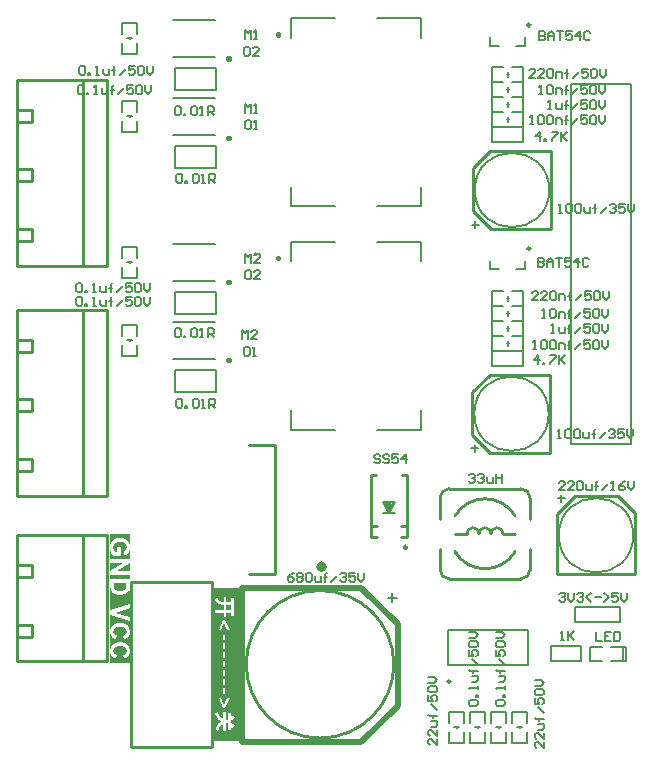
<source format=gto>
G04*
G04 #@! TF.GenerationSoftware,Altium Limited,Altium Designer,21.5.1 (32)*
G04*
G04 Layer_Color=65535*
%FSLAX25Y25*%
%MOIN*%
G70*
G04*
G04 #@! TF.SameCoordinates,284D3306-149B-414E-9BCD-756616796F5B*
G04*
G04*
G04 #@! TF.FilePolarity,Positive*
G04*
G01*
G75*
%ADD10C,0.00787*%
%ADD11C,0.01000*%
%ADD12C,0.00984*%
%ADD13C,0.01968*%
%ADD14C,0.00800*%
%ADD15C,0.00600*%
%ADD16C,0.02000*%
%ADD17C,0.00500*%
G36*
X59000Y-10044D02*
X50000D01*
Y41044D01*
X59000D01*
Y-10044D01*
D02*
G37*
G36*
X22628Y57685D02*
X20023D01*
X22628D01*
Y54673D01*
X22614Y54833D01*
X22600Y54985D01*
X22579Y55131D01*
X22551Y55270D01*
X22524Y55395D01*
X22496Y55513D01*
X22468Y55617D01*
X22440Y55714D01*
X22413Y55797D01*
X22385Y55867D01*
X22357Y55929D01*
X22336Y55978D01*
X22322Y56012D01*
X22315Y56033D01*
X22309Y56040D01*
X22225Y56186D01*
X22135Y56325D01*
X22045Y56457D01*
X21948Y56575D01*
X21844Y56686D01*
X21746Y56783D01*
X21649Y56880D01*
X21552Y56956D01*
X21462Y57033D01*
X21378Y57095D01*
X21302Y57144D01*
X21240Y57192D01*
X21184Y57227D01*
X21143Y57248D01*
X21115Y57262D01*
X21108Y57269D01*
X20962Y57345D01*
X20809Y57407D01*
X20657Y57463D01*
X20504Y57512D01*
X20351Y57546D01*
X20206Y57581D01*
X20060Y57609D01*
X19928Y57630D01*
X19803Y57650D01*
X19692Y57664D01*
X19588Y57671D01*
X19498Y57678D01*
X19428Y57685D01*
X16000D01*
X19331D01*
X19158Y57678D01*
X18991Y57671D01*
X18832Y57650D01*
X18672Y57630D01*
X18526Y57595D01*
X18387Y57567D01*
X18256Y57532D01*
X18131Y57498D01*
X18020Y57463D01*
X17922Y57428D01*
X17832Y57393D01*
X17763Y57366D01*
X17700Y57345D01*
X17659Y57324D01*
X17631Y57317D01*
X17624Y57310D01*
X17478Y57234D01*
X17346Y57158D01*
X17221Y57067D01*
X17104Y56977D01*
X16999Y56887D01*
X16895Y56790D01*
X16805Y56700D01*
X16729Y56609D01*
X16652Y56526D01*
X16590Y56450D01*
X16541Y56373D01*
X16493Y56318D01*
X16458Y56262D01*
X16437Y56228D01*
X16423Y56200D01*
X16416Y56193D01*
X16340Y56047D01*
X16278Y55901D01*
X16222Y55756D01*
X16173Y55603D01*
X16139Y55450D01*
X16104Y55305D01*
X16076Y55166D01*
X16056Y55034D01*
X16035Y54909D01*
X16021Y54798D01*
X16014Y54694D01*
X16007Y54604D01*
X16000Y54534D01*
Y54437D01*
X16007Y54291D01*
X16014Y54146D01*
X16049Y53861D01*
X16069Y53722D01*
X16097Y53597D01*
X16125Y53472D01*
X16153Y53361D01*
X16180Y53257D01*
X16201Y53160D01*
X16229Y53077D01*
X16250Y53007D01*
X16271Y52952D01*
X16285Y52910D01*
X16298Y52882D01*
Y52876D01*
X16354Y52737D01*
X16416Y52605D01*
X16472Y52480D01*
X16534Y52369D01*
X16590Y52258D01*
X16645Y52161D01*
X16701Y52078D01*
X16757Y51994D01*
X16805Y51925D01*
X16847Y51862D01*
X16888Y51814D01*
X16923Y51772D01*
X16951Y51737D01*
X16972Y51717D01*
X16978Y51703D01*
X16985Y51696D01*
X19546D01*
Y54479D01*
X18464D01*
Y53000D01*
X17645D01*
X17561Y53118D01*
X17492Y53237D01*
X17430Y53354D01*
X17374Y53465D01*
X17325Y53563D01*
X17291Y53639D01*
X17277Y53667D01*
X17270Y53688D01*
X17263Y53701D01*
Y53708D01*
X17208Y53861D01*
X17173Y54007D01*
X17145Y54139D01*
X17124Y54264D01*
X17110Y54368D01*
Y54416D01*
X17104Y54451D01*
Y54520D01*
X17110Y54673D01*
X17131Y54812D01*
X17159Y54944D01*
X17194Y55076D01*
X17235Y55194D01*
X17284Y55298D01*
X17333Y55402D01*
X17388Y55492D01*
X17444Y55568D01*
X17492Y55645D01*
X17541Y55700D01*
X17582Y55756D01*
X17617Y55790D01*
X17652Y55825D01*
X17666Y55839D01*
X17673Y55846D01*
X17784Y55936D01*
X17909Y56012D01*
X18040Y56082D01*
X18179Y56137D01*
X18325Y56186D01*
X18464Y56228D01*
X18609Y56262D01*
X18741Y56290D01*
X18873Y56311D01*
X18998Y56325D01*
X19102Y56339D01*
X19199Y56346D01*
X19276D01*
X19338Y56353D01*
X19373D01*
X19387D01*
X19581Y56346D01*
X19761Y56332D01*
X19928Y56304D01*
X20081Y56276D01*
X20226Y56235D01*
X20358Y56193D01*
X20476Y56151D01*
X20580Y56103D01*
X20678Y56054D01*
X20754Y56012D01*
X20823Y55971D01*
X20879Y55929D01*
X20927Y55901D01*
X20955Y55874D01*
X20976Y55860D01*
X20983Y55853D01*
X21080Y55756D01*
X21163Y55652D01*
X21233Y55541D01*
X21295Y55430D01*
X21351Y55318D01*
X21392Y55207D01*
X21427Y55096D01*
X21455Y54992D01*
X21476Y54895D01*
X21497Y54798D01*
X21510Y54715D01*
X21517Y54645D01*
X21524Y54590D01*
Y54506D01*
X21510Y54305D01*
X21483Y54125D01*
X21434Y53965D01*
X21385Y53833D01*
X21358Y53778D01*
X21337Y53722D01*
X21309Y53681D01*
X21288Y53646D01*
X21274Y53611D01*
X21260Y53590D01*
X21247Y53584D01*
Y53576D01*
X21136Y53445D01*
X21018Y53341D01*
X20893Y53250D01*
X20775Y53181D01*
X20671Y53125D01*
X20622Y53105D01*
X20580Y53091D01*
X20553Y53077D01*
X20525Y53070D01*
X20511Y53063D01*
X20504D01*
X20747Y51779D01*
X20907Y51821D01*
X21059Y51869D01*
X21205Y51932D01*
X21337Y51994D01*
X21455Y52064D01*
X21573Y52140D01*
X21677Y52209D01*
X21767Y52286D01*
X21850Y52355D01*
X21927Y52425D01*
X21982Y52487D01*
X22038Y52535D01*
X22079Y52584D01*
X22107Y52619D01*
X22121Y52640D01*
X22128Y52647D01*
X22218Y52778D01*
X22295Y52917D01*
X22357Y53063D01*
X22420Y53216D01*
X22468Y53375D01*
X22503Y53528D01*
X22537Y53681D01*
X22565Y53826D01*
X22586Y53965D01*
X22600Y54090D01*
X22614Y54208D01*
X22621Y54312D01*
X22628Y54388D01*
Y51696D01*
X22628D01*
Y29356D01*
X20051D01*
X22628D01*
Y26365D01*
X22621Y26608D01*
X22593Y26844D01*
X22544Y27066D01*
X22489Y27274D01*
X22420Y27468D01*
X22350Y27642D01*
X22267Y27808D01*
X22184Y27954D01*
X22100Y28086D01*
X22024Y28204D01*
X21948Y28301D01*
X21878Y28384D01*
X21823Y28454D01*
X21781Y28495D01*
X21746Y28530D01*
X21739Y28537D01*
X21566Y28683D01*
X21378Y28808D01*
X21184Y28919D01*
X20983Y29009D01*
X20775Y29092D01*
X20567Y29155D01*
X20365Y29210D01*
X20164Y29252D01*
X19984Y29287D01*
X19810Y29314D01*
X19650Y29328D01*
X19519Y29342D01*
X19408Y29349D01*
X19366Y29356D01*
X16007D01*
X19255D01*
X18977Y29349D01*
X18721Y29321D01*
X18478Y29280D01*
X18249Y29231D01*
X18033Y29168D01*
X17839Y29099D01*
X17659Y29023D01*
X17499Y28946D01*
X17353Y28870D01*
X17228Y28794D01*
X17124Y28724D01*
X17034Y28662D01*
X16965Y28613D01*
X16916Y28572D01*
X16881Y28544D01*
X16874Y28537D01*
X16722Y28377D01*
X16590Y28211D01*
X16472Y28037D01*
X16375Y27864D01*
X16292Y27690D01*
X16222Y27517D01*
X16160Y27343D01*
X16118Y27184D01*
X16076Y27031D01*
X16056Y26885D01*
X16035Y26760D01*
X16021Y26656D01*
X16014Y26566D01*
X16007Y26497D01*
Y26441D01*
X16014Y26254D01*
X16028Y26073D01*
X16056Y25900D01*
X16083Y25740D01*
X16125Y25587D01*
X16167Y25449D01*
X16215Y25317D01*
X16264Y25206D01*
X16305Y25095D01*
X16354Y25005D01*
X16396Y24928D01*
X16437Y24859D01*
X16465Y24810D01*
X16493Y24769D01*
X16507Y24748D01*
X16514Y24741D01*
X16618Y24616D01*
X16729Y24505D01*
X16847Y24401D01*
X16978Y24304D01*
X17104Y24220D01*
X17235Y24137D01*
X17367Y24068D01*
X17492Y24005D01*
X17610Y23950D01*
X17721Y23901D01*
X17825Y23866D01*
X17909Y23832D01*
X17985Y23804D01*
X18033Y23790D01*
X18068Y23776D01*
X16007D01*
X20621D01*
X18082D01*
X18471Y25032D01*
X18346Y25067D01*
X18221Y25102D01*
X18110Y25143D01*
X18013Y25185D01*
X17915Y25234D01*
X17832Y25275D01*
X17756Y25324D01*
X17686Y25365D01*
X17631Y25407D01*
X17575Y25449D01*
X17534Y25483D01*
X17499Y25511D01*
X17471Y25539D01*
X17450Y25560D01*
X17444Y25567D01*
X17437Y25574D01*
X17381Y25643D01*
X17333Y25719D01*
X17249Y25865D01*
X17194Y26011D01*
X17152Y26150D01*
X17131Y26274D01*
X17117Y26323D01*
Y26372D01*
X17110Y26406D01*
Y26455D01*
X17117Y26580D01*
X17131Y26705D01*
X17159Y26823D01*
X17194Y26927D01*
X17228Y27031D01*
X17270Y27121D01*
X17319Y27211D01*
X17367Y27288D01*
X17416Y27357D01*
X17464Y27420D01*
X17506Y27468D01*
X17541Y27517D01*
X17575Y27545D01*
X17603Y27572D01*
X17617Y27586D01*
X17624Y27593D01*
X17728Y27670D01*
X17846Y27732D01*
X17971Y27794D01*
X18110Y27843D01*
X18256Y27885D01*
X18394Y27919D01*
X18679Y27968D01*
X18818Y27989D01*
X18943Y28003D01*
X19054Y28010D01*
X19158Y28016D01*
X19234Y28023D01*
X19297D01*
X19338D01*
X19352D01*
X19560Y28016D01*
X19755Y28003D01*
X19928Y27982D01*
X20095Y27954D01*
X20247Y27919D01*
X20379Y27885D01*
X20504Y27843D01*
X20608Y27801D01*
X20705Y27767D01*
X20789Y27725D01*
X20858Y27690D01*
X20913Y27656D01*
X20955Y27628D01*
X20990Y27607D01*
X21004Y27593D01*
X21011Y27586D01*
X21101Y27503D01*
X21177Y27406D01*
X21247Y27316D01*
X21309Y27218D01*
X21358Y27121D01*
X21399Y27024D01*
X21434Y26927D01*
X21462Y26837D01*
X21483Y26753D01*
X21497Y26677D01*
X21510Y26608D01*
X21517Y26545D01*
X21524Y26497D01*
Y26427D01*
X21510Y26240D01*
X21476Y26073D01*
X21434Y25928D01*
X21378Y25796D01*
X21323Y25692D01*
X21302Y25650D01*
X21281Y25615D01*
X21260Y25587D01*
X21247Y25567D01*
X21240Y25560D01*
X21233Y25553D01*
X21115Y25428D01*
X20990Y25324D01*
X20858Y25240D01*
X20733Y25178D01*
X20622Y25129D01*
X20573Y25109D01*
X20532Y25095D01*
X20497Y25088D01*
X20469Y25081D01*
X20456Y25074D01*
X20448D01*
X20754Y23797D01*
X20893Y23839D01*
X21025Y23887D01*
X21143Y23943D01*
X21260Y23991D01*
X21365Y24047D01*
X21462Y24102D01*
X21545Y24158D01*
X21628Y24206D01*
X21698Y24262D01*
X21760Y24304D01*
X21809Y24345D01*
X21850Y24387D01*
X21885Y24415D01*
X21906Y24435D01*
X21920Y24449D01*
X21927Y24456D01*
X22052Y24602D01*
X22156Y24748D01*
X22253Y24907D01*
X22329Y25067D01*
X22399Y25227D01*
X22454Y25386D01*
X22503Y25539D01*
X22537Y25685D01*
X22572Y25824D01*
X22593Y25955D01*
X22607Y26073D01*
X22614Y26170D01*
X22621Y26254D01*
X22628Y26309D01*
Y23776D01*
X22628D01*
Y22895D01*
X19931D01*
X22628D01*
Y19904D01*
X22621Y20146D01*
X22593Y20382D01*
X22544Y20605D01*
X22489Y20813D01*
X22420Y21007D01*
X22350Y21181D01*
X22267Y21347D01*
X22184Y21493D01*
X22100Y21625D01*
X22024Y21743D01*
X21948Y21840D01*
X21878Y21923D01*
X21823Y21993D01*
X21781Y22034D01*
X21746Y22069D01*
X21739Y22076D01*
X21566Y22222D01*
X21378Y22346D01*
X21184Y22458D01*
X20983Y22548D01*
X20775Y22631D01*
X20567Y22693D01*
X20365Y22749D01*
X20164Y22791D01*
X19984Y22825D01*
X19810Y22853D01*
X19650Y22867D01*
X19519Y22881D01*
X19408Y22888D01*
X19366Y22895D01*
X16007D01*
X19255D01*
X18977Y22888D01*
X18721Y22860D01*
X18478Y22818D01*
X18249Y22770D01*
X18033Y22707D01*
X17839Y22638D01*
X17659Y22562D01*
X17499Y22485D01*
X17353Y22409D01*
X17228Y22333D01*
X17124Y22263D01*
X17034Y22201D01*
X16965Y22152D01*
X16916Y22111D01*
X16881Y22083D01*
X16874Y22076D01*
X16722Y21916D01*
X16590Y21750D01*
X16472Y21576D01*
X16375Y21403D01*
X16292Y21229D01*
X16222Y21056D01*
X16160Y20882D01*
X16118Y20723D01*
X16076Y20570D01*
X16056Y20424D01*
X16035Y20299D01*
X16021Y20195D01*
X16014Y20105D01*
X16007Y20035D01*
Y19980D01*
X16014Y19793D01*
X16028Y19612D01*
X16056Y19439D01*
X16083Y19279D01*
X16125Y19126D01*
X16167Y18988D01*
X16215Y18856D01*
X16264Y18745D01*
X16305Y18634D01*
X16354Y18543D01*
X16396Y18467D01*
X16437Y18398D01*
X16465Y18349D01*
X16493Y18307D01*
X16507Y18287D01*
X16514Y18280D01*
X16618Y18155D01*
X16729Y18044D01*
X16847Y17940D01*
X16978Y17842D01*
X17104Y17759D01*
X17235Y17676D01*
X17367Y17606D01*
X17492Y17544D01*
X17610Y17489D01*
X17721Y17440D01*
X17825Y17405D01*
X17909Y17370D01*
X17985Y17343D01*
X18033Y17329D01*
X18068Y17315D01*
X16007D01*
X20521D01*
X18082D01*
X18471Y18571D01*
X18346Y18606D01*
X18221Y18641D01*
X18110Y18682D01*
X18013Y18724D01*
X17915Y18772D01*
X17832Y18814D01*
X17756Y18863D01*
X17686Y18904D01*
X17631Y18946D01*
X17575Y18988D01*
X17534Y19022D01*
X17499Y19050D01*
X17471Y19078D01*
X17450Y19099D01*
X17444Y19105D01*
X17437Y19113D01*
X17381Y19182D01*
X17333Y19258D01*
X17249Y19404D01*
X17194Y19550D01*
X17152Y19689D01*
X17131Y19813D01*
X17117Y19862D01*
Y19911D01*
X17110Y19945D01*
Y19994D01*
X17117Y20119D01*
X17131Y20244D01*
X17159Y20362D01*
X17194Y20466D01*
X17228Y20570D01*
X17270Y20660D01*
X17319Y20750D01*
X17367Y20827D01*
X17416Y20896D01*
X17464Y20958D01*
X17506Y21007D01*
X17541Y21056D01*
X17575Y21083D01*
X17603Y21111D01*
X17617Y21125D01*
X17624Y21132D01*
X17728Y21208D01*
X17846Y21271D01*
X17971Y21333D01*
X18110Y21382D01*
X18256Y21423D01*
X18394Y21458D01*
X18679Y21507D01*
X18818Y21528D01*
X18943Y21542D01*
X19054Y21548D01*
X19158Y21555D01*
X19234Y21562D01*
X19297D01*
X19338D01*
X19352D01*
X19560Y21555D01*
X19755Y21542D01*
X19928Y21521D01*
X20095Y21493D01*
X20247Y21458D01*
X20379Y21423D01*
X20504Y21382D01*
X20608Y21340D01*
X20705Y21305D01*
X20789Y21264D01*
X20858Y21229D01*
X20913Y21194D01*
X20955Y21167D01*
X20990Y21146D01*
X21004Y21132D01*
X21011Y21125D01*
X21101Y21042D01*
X21177Y20945D01*
X21247Y20854D01*
X21309Y20757D01*
X21358Y20660D01*
X21399Y20563D01*
X21434Y20466D01*
X21462Y20376D01*
X21483Y20292D01*
X21497Y20216D01*
X21510Y20146D01*
X21517Y20084D01*
X21524Y20035D01*
Y19966D01*
X21510Y19779D01*
X21476Y19612D01*
X21434Y19466D01*
X21378Y19334D01*
X21323Y19230D01*
X21302Y19189D01*
X21281Y19154D01*
X21260Y19126D01*
X21247Y19105D01*
X21240Y19099D01*
X21233Y19092D01*
X21115Y18967D01*
X20990Y18863D01*
X20858Y18779D01*
X20733Y18717D01*
X20622Y18668D01*
X20573Y18647D01*
X20532Y18634D01*
X20497Y18627D01*
X20469Y18620D01*
X20456Y18613D01*
X20448D01*
X20754Y17336D01*
X20893Y17378D01*
X21025Y17426D01*
X21143Y17482D01*
X21260Y17530D01*
X21365Y17586D01*
X21462Y17641D01*
X21545Y17697D01*
X21628Y17745D01*
X21698Y17801D01*
X21760Y17842D01*
X21809Y17884D01*
X21850Y17926D01*
X21885Y17954D01*
X21906Y17974D01*
X21920Y17988D01*
X21927Y17995D01*
X22052Y18141D01*
X22156Y18287D01*
X22253Y18446D01*
X22329Y18606D01*
X22399Y18766D01*
X22454Y18925D01*
X22503Y19078D01*
X22537Y19223D01*
X22572Y19362D01*
X22593Y19494D01*
X22607Y19612D01*
X22614Y19709D01*
X22621Y19793D01*
X22628Y19848D01*
Y17315D01*
X22628D01*
Y15908D01*
X16000D01*
Y59092D01*
X22628D01*
Y57685D01*
D02*
G37*
%LPC*%
G36*
X57219Y37806D02*
Y37444D01*
X56350D01*
Y36263D01*
X54719D01*
Y37806D01*
X51000D01*
X53856D01*
Y36300D01*
X53688Y36312D01*
X53525Y36338D01*
X53381Y36369D01*
X53244Y36400D01*
X53119Y36437D01*
X53000Y36475D01*
X52900Y36519D01*
X52806Y36562D01*
X52725Y36600D01*
X52650Y36644D01*
X52594Y36675D01*
X52544Y36706D01*
X52506Y36737D01*
X52481Y36756D01*
X52463Y36769D01*
X52456Y36775D01*
X52294Y36937D01*
X52144Y37106D01*
X52006Y37275D01*
X51894Y37437D01*
X51844Y37512D01*
X51800Y37581D01*
X51762Y37637D01*
X51731Y37694D01*
X51706Y37731D01*
X51688Y37769D01*
X51681Y37788D01*
X51675Y37794D01*
X51544Y37625D01*
X51425Y37469D01*
X51306Y37325D01*
X51206Y37200D01*
X51162Y37150D01*
X51119Y37100D01*
X51087Y37056D01*
X51056Y37019D01*
X51031Y36994D01*
X51012Y36975D01*
X51006Y36963D01*
X51000Y36956D01*
X51081Y36812D01*
X51169Y36675D01*
X51256Y36550D01*
X51350Y36437D01*
X51437Y36331D01*
X51519Y36231D01*
X51606Y36144D01*
X51681Y36069D01*
X51756Y36000D01*
X51825Y35938D01*
X51888Y35888D01*
X51938Y35850D01*
X51981Y35819D01*
X52012Y35794D01*
X52031Y35781D01*
X52038Y35775D01*
X52156Y35706D01*
X52288Y35644D01*
X52431Y35587D01*
X52575Y35537D01*
X52881Y35456D01*
X53031Y35425D01*
X53175Y35400D01*
X53312Y35375D01*
X53444Y35356D01*
X53556Y35344D01*
X53656Y35337D01*
X53737Y35325D01*
X53806D01*
X53825Y35319D01*
X53844D01*
X53850D01*
X53856D01*
Y33531D01*
X51131D01*
Y32569D01*
X53856D01*
Y31212D01*
X57219D01*
Y37806D01*
D02*
G37*
G36*
X54256Y30181D02*
X53719D01*
X52181Y26856D01*
X53000D01*
X53981Y29237D01*
X54000D01*
X55056Y26856D01*
X55875D01*
X54256Y30181D01*
D02*
G37*
G36*
X54281Y25406D02*
X53525D01*
Y23444D01*
X54281D01*
Y25406D01*
D02*
G37*
G36*
Y22431D02*
X53525D01*
Y20469D01*
X54281D01*
Y22431D01*
D02*
G37*
G36*
Y19456D02*
X53525D01*
Y17494D01*
X54281D01*
Y19456D01*
D02*
G37*
G36*
Y16481D02*
X53525D01*
Y14519D01*
X54281D01*
Y16481D01*
D02*
G37*
G36*
Y13506D02*
X53525D01*
Y11544D01*
X54281D01*
Y13506D01*
D02*
G37*
G36*
Y10531D02*
X53525D01*
Y8569D01*
X54281D01*
Y10531D01*
D02*
G37*
G36*
Y7556D02*
X53525D01*
Y5594D01*
X54281D01*
Y7556D01*
D02*
G37*
G36*
X55913Y4163D02*
X52219D01*
D01*
X53756Y838D01*
X53450D01*
X55913D01*
X54294D01*
X55913Y4163D01*
D02*
G37*
G36*
X51856Y-194D02*
X51688Y-350D01*
X51531Y-488D01*
X51388Y-612D01*
X51262Y-725D01*
X51206Y-769D01*
X51156Y-812D01*
X51113Y-844D01*
X51081Y-875D01*
X51050Y-900D01*
X51031Y-919D01*
X51019Y-925D01*
X51012Y-931D01*
X51087Y-1106D01*
X51162Y-1281D01*
X51244Y-1444D01*
X51325Y-1600D01*
X51406Y-1750D01*
X51494Y-1887D01*
X51575Y-2025D01*
X51662Y-2150D01*
X51744Y-2275D01*
X51831Y-2387D01*
X51912Y-2500D01*
X51994Y-2600D01*
X52156Y-2788D01*
X52312Y-2950D01*
X52463Y-3087D01*
X52594Y-3206D01*
X52719Y-3306D01*
X52819Y-3381D01*
X52906Y-3438D01*
X52969Y-3481D01*
X52994Y-3494D01*
X53013Y-3506D01*
X53019Y-3512D01*
X53025D01*
X52894Y-3588D01*
X52769Y-3663D01*
X52538Y-3838D01*
X52325Y-4031D01*
X52125Y-4237D01*
X51950Y-4450D01*
X51794Y-4669D01*
X51650Y-4888D01*
X51525Y-5100D01*
X51419Y-5306D01*
X51331Y-5500D01*
X51250Y-5675D01*
X51219Y-5756D01*
X51194Y-5825D01*
X51169Y-5894D01*
X51144Y-5956D01*
X51125Y-6006D01*
X51113Y-6050D01*
X51100Y-6087D01*
X51094Y-6112D01*
X51087Y-6125D01*
Y-6131D01*
X51150Y-6175D01*
X51219Y-6219D01*
X51363Y-6325D01*
X51519Y-6437D01*
X51662Y-6544D01*
X51731Y-6600D01*
X51800Y-6650D01*
X51856Y-6694D01*
X51906Y-6731D01*
X51950Y-6763D01*
X51981Y-6787D01*
X52000Y-6800D01*
X52006Y-6806D01*
X52044Y-6625D01*
X52087Y-6444D01*
X52138Y-6275D01*
X52194Y-6119D01*
X52250Y-5962D01*
X52306Y-5819D01*
X52369Y-5681D01*
X52438Y-5550D01*
X52506Y-5425D01*
X52575Y-5306D01*
X52644Y-5194D01*
X52713Y-5088D01*
X52788Y-4987D01*
X52856Y-4900D01*
X53000Y-4731D01*
X53137Y-4588D01*
X53263Y-4469D01*
X53381Y-4369D01*
X53487Y-4294D01*
X53575Y-4237D01*
X53637Y-4194D01*
X53663Y-4181D01*
X53681Y-4169D01*
X53688Y-4163D01*
X53694D01*
Y-6756D01*
X54550D01*
Y-4000D01*
X54656D01*
X54756D01*
X54850D01*
X54931Y-4006D01*
X55006D01*
X55081D01*
X55144D01*
X55200D01*
X55250D01*
X55287D01*
X55325D01*
X55356D01*
X55375D01*
X55394D01*
X55406D01*
Y-6425D01*
X56262D01*
Y-4944D01*
X57119Y-5669D01*
X57619Y-4713D01*
X57375Y-4563D01*
X57131Y-4412D01*
X56906Y-4262D01*
X56800Y-4188D01*
X56700Y-4119D01*
X56606Y-4056D01*
X56519Y-4000D01*
X56444Y-3944D01*
X56381Y-3900D01*
X56331Y-3862D01*
X56294Y-3838D01*
X56269Y-3819D01*
X56262Y-3813D01*
Y-2662D01*
X56563Y-3094D01*
X56700Y-2975D01*
X56825Y-2863D01*
X56937Y-2756D01*
X57044Y-2662D01*
X57138Y-2581D01*
X57225Y-2500D01*
X57306Y-2431D01*
X57375Y-2369D01*
X57431Y-2319D01*
X57481Y-2275D01*
X57525Y-2238D01*
X57563Y-2206D01*
X57587Y-2181D01*
X57606Y-2162D01*
X57613Y-2156D01*
X57619Y-2150D01*
X57087Y-1394D01*
X56956Y-1500D01*
X56819Y-1612D01*
X56681Y-1725D01*
X56556Y-1825D01*
X56437Y-1912D01*
X56388Y-1956D01*
X56344Y-1987D01*
X56313Y-2012D01*
X56287Y-2031D01*
X56269Y-2044D01*
X56262Y-2050D01*
Y-612D01*
X55406D01*
Y-3019D01*
X55263D01*
X55131Y-3012D01*
X55019D01*
X54925Y-3006D01*
X54844D01*
X54775D01*
X54712D01*
X54669Y-3000D01*
X54631D01*
X54606D01*
X54581D01*
X54569D01*
X54556D01*
X54550D01*
Y-262D01*
X53694D01*
Y-2819D01*
X53581Y-2763D01*
X53475Y-2700D01*
X53375Y-2631D01*
X53275Y-2556D01*
X53175Y-2469D01*
X53081Y-2381D01*
X52906Y-2187D01*
X52744Y-1975D01*
X52594Y-1756D01*
X52456Y-1531D01*
X52331Y-1312D01*
X52219Y-1094D01*
X52125Y-888D01*
X52044Y-700D01*
X52006Y-612D01*
X51975Y-531D01*
X51950Y-456D01*
X51925Y-394D01*
X51906Y-331D01*
X51888Y-288D01*
X51875Y-244D01*
X51863Y-219D01*
X51856Y-200D01*
Y-194D01*
D02*
G37*
G36*
X54316Y-6806D02*
X52006D01*
X51012D01*
D01*
X54316D01*
D02*
G37*
%LPD*%
G36*
X56350Y33531D02*
X54719D01*
Y35300D01*
X56350D01*
Y33531D01*
D02*
G37*
G36*
Y31494D02*
X57219D01*
Y31212D01*
X54719D01*
Y32569D01*
X56350D01*
Y31494D01*
D02*
G37*
G36*
X54031Y1769D02*
X54019D01*
X53038Y4163D01*
X55094D01*
X54031Y1769D01*
D02*
G37*
%LPC*%
G36*
X22524Y50488D02*
X16118D01*
Y45408D01*
X22524D01*
Y46602D01*
X18221D01*
X22524Y49239D01*
Y50488D01*
D02*
G37*
G36*
Y44041D02*
X16118D01*
Y41480D01*
X16125Y41355D01*
X16132Y41237D01*
X16139Y41133D01*
X16146Y41029D01*
X16160Y40932D01*
X16173Y40849D01*
X16187Y40772D01*
X16194Y40703D01*
X16208Y40640D01*
X16222Y40585D01*
X16229Y40543D01*
X16236Y40508D01*
X16243Y40488D01*
X16250Y40474D01*
Y40467D01*
X16326Y40266D01*
X16409Y40085D01*
X16493Y39933D01*
X16576Y39801D01*
X16611Y39745D01*
X16645Y39696D01*
X16680Y39662D01*
X16708Y39627D01*
X16729Y39599D01*
X16749Y39579D01*
X16757Y39572D01*
X16763Y39565D01*
X16937Y39405D01*
X17124Y39266D01*
X17312Y39148D01*
X17492Y39051D01*
X17575Y39009D01*
X17652Y38975D01*
X17721Y38947D01*
X17777Y38919D01*
X17825Y38905D01*
X17867Y38892D01*
X17888Y38878D01*
X17895D01*
X18117Y38808D01*
X18346Y38760D01*
X18575Y38725D01*
X18790Y38704D01*
X18887Y38690D01*
X18977Y38683D01*
X19054D01*
X19123Y38676D01*
X19421D01*
X19581Y38683D01*
X19727Y38697D01*
X19873Y38711D01*
X20004Y38725D01*
X20129Y38746D01*
X20247Y38767D01*
X20351Y38780D01*
X20442Y38801D01*
X20525Y38822D01*
X20601Y38843D01*
X20657Y38857D01*
X20705Y38871D01*
X20740Y38884D01*
X20761Y38892D01*
X20768D01*
X20990Y38975D01*
X21191Y39072D01*
X21372Y39176D01*
X21448Y39225D01*
X21517Y39273D01*
X21587Y39322D01*
X21642Y39363D01*
X21691Y39405D01*
X21732Y39433D01*
X21767Y39461D01*
X21788Y39481D01*
X21802Y39495D01*
X21809Y39502D01*
X21955Y39662D01*
X22079Y39821D01*
X22184Y39981D01*
X22260Y40134D01*
X22322Y40266D01*
X22350Y40321D01*
X22364Y40370D01*
X22378Y40411D01*
X22392Y40439D01*
X22399Y40460D01*
Y40467D01*
X22420Y40550D01*
X22440Y40640D01*
X22468Y40835D01*
X22496Y41036D01*
X22510Y41230D01*
X22517Y41320D01*
Y41480D01*
X22524Y41550D01*
Y38857D01*
Y44041D01*
D02*
G37*
G36*
Y35748D02*
D01*
X16118Y33464D01*
Y32076D01*
X22524Y29786D01*
Y35748D01*
D02*
G37*
%LPD*%
G36*
X16118Y46699D02*
Y49294D01*
X20324D01*
X16118Y46699D01*
D02*
G37*
G36*
X21441Y41903D02*
X21434Y41785D01*
Y41674D01*
X21427Y41577D01*
X21420Y41487D01*
X21413Y41411D01*
Y41348D01*
X21406Y41286D01*
X21399Y41237D01*
X21392Y41195D01*
X21385Y41168D01*
Y41140D01*
X21378Y41126D01*
Y41112D01*
X21344Y40980D01*
X21295Y40862D01*
X21247Y40758D01*
X21198Y40675D01*
X21149Y40606D01*
X21108Y40550D01*
X21080Y40522D01*
X21073Y40508D01*
X20983Y40425D01*
X20886Y40349D01*
X20782Y40286D01*
X20685Y40238D01*
X20594Y40196D01*
X20518Y40161D01*
X20497Y40155D01*
X20476Y40148D01*
X20462Y40141D01*
X20456D01*
X20379Y40120D01*
X20296Y40099D01*
X20109Y40064D01*
X19921Y40044D01*
X19741Y40023D01*
X19650D01*
X19574Y40016D01*
X19505D01*
X19442Y40009D01*
X19387D01*
X19352D01*
X19324D01*
X19317D01*
X19185D01*
X19054Y40016D01*
X18936Y40023D01*
X18818Y40030D01*
X18713Y40037D01*
X18623Y40051D01*
X18533Y40064D01*
X18450Y40071D01*
X18380Y40085D01*
X18318Y40099D01*
X18269Y40113D01*
X18221Y40120D01*
X18186Y40127D01*
X18165Y40134D01*
X18151Y40141D01*
X18145D01*
X17992Y40196D01*
X17867Y40252D01*
X17763Y40307D01*
X17673Y40363D01*
X17610Y40404D01*
X17561Y40446D01*
X17534Y40474D01*
X17527Y40481D01*
X17464Y40564D01*
X17409Y40647D01*
X17360Y40738D01*
X17319Y40821D01*
X17291Y40890D01*
X17270Y40946D01*
X17263Y40987D01*
X17256Y40994D01*
Y41001D01*
X17249Y41050D01*
X17235Y41105D01*
X17221Y41223D01*
X17214Y41355D01*
X17208Y41487D01*
X17201Y41598D01*
Y42750D01*
X21441D01*
Y41903D01*
D02*
G37*
G36*
X22524Y31160D02*
X17784Y32729D01*
X22524Y34353D01*
Y31160D01*
D02*
G37*
D10*
X162213Y99000D02*
G03*
X162213Y99000I-12402J0D01*
G01*
X162402Y173598D02*
G03*
X162402Y173598I-12402J0D01*
G01*
X190402Y58500D02*
G03*
X190402Y58500I-12402J0D01*
G01*
X64906Y152165D02*
G03*
X64906Y152165I-394J0D01*
G01*
Y226665D02*
G03*
X64906Y226665I-394J0D01*
G01*
X37012Y117299D02*
X50988D01*
X37012Y129504D02*
X50988D01*
X37012Y143299D02*
X50988D01*
X37012Y155504D02*
X50988D01*
X37012Y191898D02*
X50988D01*
X37012Y204102D02*
X50988D01*
X108539Y37744D02*
X111689D01*
X110098Y36169D02*
Y39319D01*
X142595Y147244D02*
X145744D01*
X142595D02*
Y150000D01*
X151256Y147244D02*
X154405D01*
Y150000D01*
X142595Y221744D02*
X145744D01*
X142595D02*
Y224500D01*
X151256Y221744D02*
X154405D01*
Y224500D01*
X37012Y230102D02*
X50988D01*
X37012Y217898D02*
X50988D01*
X155189Y15094D02*
Y26906D01*
X128811Y15094D02*
Y26906D01*
X155189D01*
X128811Y15094D02*
X155189D01*
X169500Y89000D02*
X189500D01*
X169500Y209000D02*
X189500D01*
Y89000D02*
Y209000D01*
X169500Y89000D02*
Y209000D01*
D11*
X115000Y54500D02*
G03*
X115000Y54500I-500J0D01*
G01*
X110606Y15500D02*
G03*
X110606Y15500I-24606J0D01*
G01*
X139000Y59000D02*
G03*
X135000Y59000I-2000J0D01*
G01*
X147000D02*
G03*
X143000Y59000I-2000J0D01*
G01*
D02*
G03*
X139000Y59000I-2000J0D01*
G01*
X151000Y65000D02*
G03*
X131000Y65000I-10000J-6000D01*
G01*
X156000Y71000D02*
G03*
X153000Y74000I-3000J0D01*
G01*
X129000D02*
G03*
X126000Y71000I0J-3000D01*
G01*
X153000Y44000D02*
G03*
X156000Y47000I0J3000D01*
G01*
X126000D02*
G03*
X129000Y44000I3000J0D01*
G01*
X131000Y53000D02*
G03*
X151000Y53000I10000J6000D01*
G01*
X142724Y86008D02*
X162803D01*
X136819Y91913D02*
X142724Y86008D01*
X136819Y91913D02*
Y106283D01*
X142528Y111992D02*
X162803D01*
Y86008D02*
Y111992D01*
X136819Y106283D02*
X142528Y111992D01*
X142913Y160606D02*
X162992D01*
X137008Y166512D02*
X142913Y160606D01*
X137008Y166512D02*
Y180882D01*
X142717Y186591D02*
X162992D01*
Y160606D02*
Y186591D01*
X137008Y180882D02*
X142717Y186591D01*
X109000Y67910D02*
X109200Y69000D01*
X107800D02*
X109200D01*
X107800D02*
X109000Y66800D01*
X110200Y69300D01*
X113000Y61500D02*
X114315D01*
X113000Y58000D02*
X115000D01*
X103685Y61500D02*
X105000D01*
X103000Y58000D02*
X105000D01*
X113252Y78630D02*
X115000D01*
X103000Y58000D02*
Y78630D01*
X104650D01*
X115000Y58000D02*
Y78630D01*
X165008Y45508D02*
Y65587D01*
X170913Y71492D01*
X185284D01*
X190992Y45508D02*
Y65784D01*
X165008Y45508D02*
X190992D01*
X185284Y71492D02*
X190992Y65784D01*
X131000Y59000D02*
X135000D01*
X147000D02*
X151000D01*
X126000Y64000D02*
Y71000D01*
X129000Y74000D02*
X153000D01*
X156000Y64000D02*
Y71000D01*
X126000Y47000D02*
Y54000D01*
X129000Y44000D02*
X153000D01*
X156000Y47000D02*
Y54000D01*
X-15000Y210370D02*
X15000D01*
X-15000Y148370D02*
Y210370D01*
X15000Y148370D02*
Y210370D01*
X62231Y88500D02*
X71089D01*
Y45500D02*
Y88500D01*
X62231Y45500D02*
X71089D01*
X23000Y-12059D02*
X50000D01*
Y43059D01*
X23000D02*
X50000D01*
X23000Y-12059D02*
Y43059D01*
X-15000Y133500D02*
X15000D01*
Y71500D02*
Y133500D01*
X-15000Y71500D02*
X15000D01*
X-15000D02*
Y133500D01*
X7000Y71500D02*
Y133500D01*
X-15000Y123500D02*
X-10000D01*
Y119500D02*
Y123500D01*
X-15000Y119500D02*
X-10000D01*
X-15000Y99815D02*
X-10000D01*
Y103815D01*
X-15000D02*
X-10000D01*
X-15000Y83815D02*
X-10000D01*
Y79815D02*
Y83815D01*
X-15000Y79815D02*
X-10000D01*
X-15000Y148370D02*
X15000D01*
X7000D02*
Y210370D01*
X-15000Y200370D02*
X-10000D01*
Y196370D02*
Y200370D01*
X-15000Y196370D02*
X-10000D01*
X-15000Y176685D02*
X-10000D01*
Y180685D01*
X-15000D02*
X-10000D01*
X-15000Y160685D02*
X-10000D01*
Y156685D02*
Y160685D01*
X-15000Y156685D02*
X-10000D01*
X-15000Y24500D02*
X-10000D01*
Y28500D01*
X-15000D02*
X-10000D01*
X-15000Y58500D02*
X15000D01*
Y16500D02*
Y58500D01*
X-15000Y16500D02*
X15000D01*
X-15000D02*
Y58500D01*
X7000Y16500D02*
Y58500D01*
X-15000Y48500D02*
X-10000D01*
Y44500D02*
Y48500D01*
X-15000Y44500D02*
X-10000D01*
X55084Y116500D02*
Y117333D01*
X55917D01*
Y116500D01*
X55084D01*
Y190500D02*
Y191333D01*
X55917D01*
Y190500D01*
X55084D01*
Y142500D02*
Y143333D01*
X55917D01*
Y142500D01*
X55084D01*
X71583Y150500D02*
Y151333D01*
X72417D01*
Y150500D01*
X71583D01*
X55084Y217000D02*
Y217833D01*
X55917D01*
Y217000D01*
X55084D01*
X71583Y225000D02*
Y225833D01*
X72417D01*
Y225000D01*
X71583D01*
D12*
X156079Y154134D02*
G03*
X156079Y154134I-492J0D01*
G01*
Y228634D02*
G03*
X156079Y228634I-492J0D01*
G01*
X129500Y9780D02*
G03*
X129500Y9780I-492J0D01*
G01*
D13*
X87287Y48000D02*
G03*
X87287Y48000I-787J0D01*
G01*
D14*
X153665Y134941D02*
Y140059D01*
X143429Y134941D02*
Y140059D01*
X147047D01*
X143429Y134941D02*
X147047D01*
X150047Y140059D02*
X153665D01*
X150047Y134941D02*
X153665D01*
Y129941D02*
Y135059D01*
X143429Y129941D02*
Y135059D01*
X147047D01*
X143429Y129941D02*
X147047D01*
X150047Y135059D02*
X153665D01*
X150047Y129941D02*
X153665D01*
X143429Y124941D02*
Y130059D01*
X153666Y124941D02*
Y130059D01*
X150047Y124941D02*
X153666D01*
X150047Y130059D02*
X153666D01*
X143429Y124941D02*
X147047D01*
X143429Y130059D02*
X147047D01*
X143429Y119941D02*
Y125059D01*
X153666Y119941D02*
Y125059D01*
X150047Y119941D02*
X153666D01*
X150047Y125059D02*
X153666D01*
X143429Y119941D02*
X147047D01*
X143429Y125059D02*
X147047D01*
X143429Y114941D02*
X153666D01*
Y120059D01*
X143429D02*
X153666D01*
X143429Y114941D02*
Y120059D01*
Y189539D02*
X153666D01*
Y194658D01*
X143429D02*
X153666D01*
X143429Y189539D02*
Y194658D01*
Y194540D02*
Y199658D01*
X153666Y194540D02*
Y199658D01*
X150047Y194540D02*
X153666D01*
X150047Y199658D02*
X153666D01*
X143429Y194540D02*
X147047D01*
X143429Y199658D02*
X147047D01*
X143429Y199540D02*
Y204658D01*
X153666Y199540D02*
Y204658D01*
X150047Y199540D02*
X153666D01*
X150047Y204658D02*
X153666D01*
X143429Y199540D02*
X147047D01*
X143429Y204658D02*
X147047D01*
X153665Y204539D02*
Y209657D01*
X143429Y204539D02*
Y209657D01*
X147047D01*
X143429Y204539D02*
X147047D01*
X150047Y209657D02*
X153665D01*
X150047Y204539D02*
X153665D01*
Y209539D02*
Y214657D01*
X143429Y209539D02*
Y214657D01*
X147047D01*
X143429Y209539D02*
X147047D01*
X150047Y214657D02*
X153665D01*
X150047Y209539D02*
X153665D01*
X37807Y214100D02*
X51193D01*
X37807Y206900D02*
Y214100D01*
Y206900D02*
X51193D01*
Y214100D01*
X19941Y229216D02*
X25059D01*
X19941Y218980D02*
X25059D01*
X19941D02*
Y222598D01*
X25059Y218980D02*
Y222598D01*
X19941Y225598D02*
Y229216D01*
X25059Y225598D02*
Y229216D01*
X19941Y203216D02*
X25059D01*
X19941Y192980D02*
X25059D01*
X19941D02*
Y196598D01*
X25059Y192980D02*
Y196598D01*
X19941Y199598D02*
Y203216D01*
X25059Y199598D02*
Y203216D01*
X37807Y188100D02*
X51193D01*
X37807Y180900D02*
Y188100D01*
Y180900D02*
X51193D01*
Y188100D01*
X37807Y113502D02*
X51193D01*
X37807Y106302D02*
Y113502D01*
Y106302D02*
X51193D01*
Y113502D01*
X37807Y139502D02*
X51193D01*
X37807Y132302D02*
Y139502D01*
Y132302D02*
X51193D01*
Y139502D01*
X19941Y128618D02*
X25059D01*
X19941Y118382D02*
X25059D01*
X19941D02*
Y122000D01*
X25059Y118382D02*
Y122000D01*
X19941Y125000D02*
Y128618D01*
X25059Y125000D02*
Y128618D01*
X19941Y154618D02*
X25059D01*
X19941Y144382D02*
X25059D01*
X19941D02*
Y148000D01*
X25059Y144382D02*
Y148000D01*
X19941Y151000D02*
Y154618D01*
X25059Y151000D02*
Y154618D01*
X107000Y66055D02*
X111000D01*
X107000Y69555D02*
X109000Y66055D01*
X107000Y69555D02*
X111000D01*
X109000Y66055D02*
X111000Y69555D01*
X142941Y-382D02*
X148059D01*
X142941Y-10618D02*
X148059D01*
X142941D02*
Y-7000D01*
X148059Y-10618D02*
Y-7000D01*
X142941Y-4000D02*
Y-382D01*
X148059Y-4000D02*
Y-382D01*
X149941D02*
X155059D01*
X149941Y-10618D02*
X155059D01*
X149941D02*
Y-7000D01*
X155059Y-10618D02*
Y-7000D01*
X149941Y-4000D02*
Y-382D01*
X155059Y-4000D02*
Y-382D01*
X135941D02*
X141059D01*
X135941Y-10618D02*
X141059D01*
X135941D02*
Y-7000D01*
X141059Y-10618D02*
Y-7000D01*
X135941Y-4000D02*
Y-382D01*
X141059Y-4000D02*
Y-382D01*
X128941D02*
X134059D01*
X128941Y-10618D02*
X134059D01*
X128941D02*
Y-7000D01*
X134059Y-10618D02*
Y-7000D01*
X128941Y-4000D02*
Y-382D01*
X134059Y-4000D02*
Y-382D01*
X162882Y16441D02*
X173118D01*
Y21559D01*
X162882D02*
X173118D01*
X162882Y16441D02*
Y21559D01*
X186913Y16637D02*
Y21362D01*
X176086D02*
X179999D01*
X176086Y16637D02*
X179999D01*
X176086D02*
Y21362D01*
X188000Y16637D02*
Y21362D01*
X182999D02*
X188000D01*
X182999Y16637D02*
X188000D01*
X170970Y34559D02*
X186059D01*
X170970Y29441D02*
Y34559D01*
Y29441D02*
X186059D01*
Y34559D01*
X61001Y223819D02*
Y226818D01*
X62000Y225818D01*
X63000Y226818D01*
Y223819D01*
X64000D02*
X64999D01*
X64499D01*
Y226818D01*
X64000Y226318D01*
X62000Y221299D02*
X61001D01*
X60501Y220799D01*
Y218800D01*
X61001Y218300D01*
X62000D01*
X62500Y218800D01*
Y220799D01*
X62000Y221299D01*
X65499Y218300D02*
X63500D01*
X65499Y220299D01*
Y220799D01*
X64999Y221299D01*
X64000D01*
X63500Y220799D01*
X61001Y199319D02*
Y202318D01*
X62000Y201318D01*
X63000Y202318D01*
Y199319D01*
X64000D02*
X64999D01*
X64499D01*
Y202318D01*
X64000Y201818D01*
X62500Y196799D02*
X61501D01*
X61001Y196299D01*
Y194300D01*
X61501Y193800D01*
X62500D01*
X63000Y194300D01*
Y196299D01*
X62500Y196799D01*
X64000Y193800D02*
X64999D01*
X64499D01*
Y196799D01*
X64000Y196299D01*
X61001Y149319D02*
Y152318D01*
X62001Y151318D01*
X63000Y152318D01*
Y149319D01*
X65999D02*
X64000D01*
X65999Y151318D01*
Y151818D01*
X65499Y152318D01*
X64500D01*
X64000Y151818D01*
X62500Y146799D02*
X61501D01*
X61001Y146299D01*
Y144300D01*
X61501Y143800D01*
X62500D01*
X63000Y144300D01*
Y146299D01*
X62500Y146799D01*
X65999Y143800D02*
X64000D01*
X65999Y145799D01*
Y146299D01*
X65499Y146799D01*
X64500D01*
X64000Y146299D01*
X60001Y123819D02*
Y126818D01*
X61001Y125818D01*
X62000Y126818D01*
Y123819D01*
X64999D02*
X63000D01*
X64999Y125818D01*
Y126318D01*
X64499Y126818D01*
X63500D01*
X63000Y126318D01*
X62000Y121299D02*
X61001D01*
X60501Y120799D01*
Y118800D01*
X61001Y118300D01*
X62000D01*
X62500Y118800D01*
Y120799D01*
X62000Y121299D01*
X63500Y118300D02*
X64499D01*
X63999D01*
Y121299D01*
X63500Y120799D01*
X178001Y26299D02*
Y23300D01*
X180001D01*
X183000Y26299D02*
X181000D01*
Y23300D01*
X183000D01*
X181000Y24800D02*
X182000D01*
X183999Y26299D02*
Y23300D01*
X185499D01*
X185999Y23800D01*
Y25799D01*
X185499Y26299D01*
X183999D01*
X165754Y38799D02*
X166253Y39299D01*
X167253D01*
X167753Y38799D01*
Y38299D01*
X167253Y37800D01*
X166753D01*
X167253D01*
X167753Y37300D01*
Y36800D01*
X167253Y36300D01*
X166253D01*
X165754Y36800D01*
X168753Y39299D02*
Y37300D01*
X169752Y36300D01*
X170752Y37300D01*
Y39299D01*
X171752Y38799D02*
X172251Y39299D01*
X173251D01*
X173751Y38799D01*
Y38299D01*
X173251Y37800D01*
X172751D01*
X173251D01*
X173751Y37300D01*
Y36800D01*
X173251Y36300D01*
X172251D01*
X171752Y36800D01*
X176250Y36300D02*
X174751Y37800D01*
X176250Y39299D01*
X177750Y37800D02*
X179749D01*
X180749Y36300D02*
X182248Y37800D01*
X180749Y39299D01*
X185247D02*
X183248D01*
Y37800D01*
X184248Y38299D01*
X184748D01*
X185247Y37800D01*
Y36800D01*
X184748Y36300D01*
X183748D01*
X183248Y36800D01*
X186247Y39299D02*
Y37300D01*
X187247Y36300D01*
X188246Y37300D01*
Y39299D01*
X4754Y137500D02*
X5254Y137999D01*
X6254D01*
X6753Y137500D01*
Y135500D01*
X6254Y135001D01*
X5254D01*
X4754Y135500D01*
Y137500D01*
X7753Y135001D02*
Y135500D01*
X8253D01*
Y135001D01*
X7753D01*
X10252D02*
X11252D01*
X10752D01*
Y137999D01*
X10252Y137500D01*
X12751Y137000D02*
Y135500D01*
X13251Y135001D01*
X14751D01*
Y137000D01*
X16250Y135001D02*
Y137500D01*
Y136500D01*
X15750D01*
X16750D01*
X16250D01*
Y137500D01*
X16750Y137999D01*
X18250Y135001D02*
X20249Y137000D01*
X23248Y137999D02*
X21249D01*
Y136500D01*
X22248Y137000D01*
X22748D01*
X23248Y136500D01*
Y135500D01*
X22748Y135001D01*
X21748D01*
X21249Y135500D01*
X24248Y137500D02*
X24747Y137999D01*
X25747D01*
X26247Y137500D01*
Y135500D01*
X25747Y135001D01*
X24747D01*
X24248Y135500D01*
Y137500D01*
X27247Y137999D02*
Y136000D01*
X28246Y135001D01*
X29246Y136000D01*
Y137999D01*
X4754Y142000D02*
X5254Y142499D01*
X6254D01*
X6753Y142000D01*
Y140000D01*
X6254Y139500D01*
X5254D01*
X4754Y140000D01*
Y142000D01*
X7753Y139500D02*
Y140000D01*
X8253D01*
Y139500D01*
X7753D01*
X10252D02*
X11252D01*
X10752D01*
Y142499D01*
X10252Y142000D01*
X12751Y141500D02*
Y140000D01*
X13251Y139500D01*
X14751D01*
Y141500D01*
X16250Y139500D02*
Y142000D01*
Y141000D01*
X15750D01*
X16750D01*
X16250D01*
Y142000D01*
X16750Y142499D01*
X18250Y139500D02*
X20249Y141500D01*
X23248Y142499D02*
X21249D01*
Y141000D01*
X22248Y141500D01*
X22748D01*
X23248Y141000D01*
Y140000D01*
X22748Y139500D01*
X21748D01*
X21249Y140000D01*
X24248Y142000D02*
X24747Y142499D01*
X25747D01*
X26247Y142000D01*
Y140000D01*
X25747Y139500D01*
X24747D01*
X24248Y140000D01*
Y142000D01*
X27247Y142499D02*
Y140500D01*
X28246Y139500D01*
X29246Y140500D01*
Y142499D01*
X38002Y103500D02*
X38502Y103999D01*
X39502D01*
X40001Y103500D01*
Y101500D01*
X39502Y101000D01*
X38502D01*
X38002Y101500D01*
Y103500D01*
X41001Y101000D02*
Y101500D01*
X41501D01*
Y101000D01*
X41001D01*
X43500Y103500D02*
X44000Y103999D01*
X45000D01*
X45500Y103500D01*
Y101500D01*
X45000Y101000D01*
X44000D01*
X43500Y101500D01*
Y103500D01*
X46499Y101000D02*
X47499D01*
X46999D01*
Y103999D01*
X46499Y103500D01*
X48999Y101000D02*
Y103999D01*
X50498D01*
X50998Y103500D01*
Y102500D01*
X50498Y102000D01*
X48999D01*
X49998D02*
X50998Y101000D01*
X37502Y127000D02*
X38002Y127499D01*
X39002D01*
X39502Y127000D01*
Y125000D01*
X39002Y124501D01*
X38002D01*
X37502Y125000D01*
Y127000D01*
X40501Y124501D02*
Y125000D01*
X41001D01*
Y124501D01*
X40501D01*
X43000Y127000D02*
X43500Y127499D01*
X44500D01*
X45000Y127000D01*
Y125000D01*
X44500Y124501D01*
X43500D01*
X43000Y125000D01*
Y127000D01*
X45999Y124501D02*
X46999D01*
X46499D01*
Y127499D01*
X45999Y127000D01*
X48499Y124501D02*
Y127499D01*
X49998D01*
X50498Y127000D01*
Y126000D01*
X49998Y125500D01*
X48499D01*
X49498D02*
X50498Y124501D01*
X158754Y136804D02*
X156754D01*
X158754Y138803D01*
Y139303D01*
X158254Y139803D01*
X157254D01*
X156754Y139303D01*
X161752Y136804D02*
X159753D01*
X161752Y138803D01*
Y139303D01*
X161253Y139803D01*
X160253D01*
X159753Y139303D01*
X162752D02*
X163252Y139803D01*
X164252D01*
X164752Y139303D01*
Y137303D01*
X164252Y136804D01*
X163252D01*
X162752Y137303D01*
Y139303D01*
X165751Y136804D02*
Y138803D01*
X167251D01*
X167751Y138303D01*
Y136804D01*
X169250D02*
Y139303D01*
Y138303D01*
X168750D01*
X169750D01*
X169250D01*
Y139303D01*
X169750Y139803D01*
X171249Y136804D02*
X173249Y138803D01*
X176248Y139803D02*
X174249D01*
Y138303D01*
X175248Y138803D01*
X175748D01*
X176248Y138303D01*
Y137303D01*
X175748Y136804D01*
X174748D01*
X174249Y137303D01*
X177248Y139303D02*
X177747Y139803D01*
X178747D01*
X179247Y139303D01*
Y137303D01*
X178747Y136804D01*
X177747D01*
X177248Y137303D01*
Y139303D01*
X180246Y139803D02*
Y137803D01*
X181246Y136804D01*
X182246Y137803D01*
Y139803D01*
X160004Y131000D02*
X161003D01*
X160503D01*
Y134000D01*
X160004Y133500D01*
X162503D02*
X163003Y134000D01*
X164002D01*
X164502Y133500D01*
Y131500D01*
X164002Y131000D01*
X163003D01*
X162503Y131500D01*
Y133500D01*
X165502Y131000D02*
Y133000D01*
X167001D01*
X167501Y132500D01*
Y131000D01*
X169001D02*
Y133500D01*
Y132500D01*
X168501D01*
X169501D01*
X169001D01*
Y133500D01*
X169501Y134000D01*
X171000Y131000D02*
X172999Y133000D01*
X175998Y134000D02*
X173999D01*
Y132500D01*
X174999Y133000D01*
X175499D01*
X175998Y132500D01*
Y131500D01*
X175499Y131000D01*
X174499D01*
X173999Y131500D01*
X176998Y133500D02*
X177498Y134000D01*
X178498D01*
X178997Y133500D01*
Y131500D01*
X178498Y131000D01*
X177498D01*
X176998Y131500D01*
Y133500D01*
X179997Y134000D02*
Y132000D01*
X180997Y131000D01*
X181996Y132000D01*
Y134000D01*
X163003Y126000D02*
X164003D01*
X163503D01*
Y128999D01*
X163003Y128500D01*
X165502Y128000D02*
Y126500D01*
X166002Y126000D01*
X167502D01*
Y128000D01*
X169001Y126000D02*
Y128500D01*
Y127500D01*
X168501D01*
X169501D01*
X169001D01*
Y128500D01*
X169501Y128999D01*
X171001Y126000D02*
X173000Y128000D01*
X175999Y128999D02*
X174000D01*
Y127500D01*
X174999Y128000D01*
X175499D01*
X175999Y127500D01*
Y126500D01*
X175499Y126000D01*
X174499D01*
X174000Y126500D01*
X176999Y128500D02*
X177498Y128999D01*
X178498D01*
X178998Y128500D01*
Y126500D01*
X178498Y126000D01*
X177498D01*
X176999Y126500D01*
Y128500D01*
X179998Y128999D02*
Y127000D01*
X180997Y126000D01*
X181997Y127000D01*
Y128999D01*
X157004Y120501D02*
X158004D01*
X157504D01*
Y123500D01*
X157004Y123000D01*
X159503D02*
X160003Y123500D01*
X161003D01*
X161503Y123000D01*
Y121000D01*
X161003Y120501D01*
X160003D01*
X159503Y121000D01*
Y123000D01*
X162502D02*
X163002Y123500D01*
X164002D01*
X164502Y123000D01*
Y121000D01*
X164002Y120501D01*
X163002D01*
X162502Y121000D01*
Y123000D01*
X165501Y120501D02*
Y122500D01*
X167001D01*
X167501Y122000D01*
Y120501D01*
X169000D02*
Y123000D01*
Y122000D01*
X168500D01*
X169500D01*
X169000D01*
Y123000D01*
X169500Y123500D01*
X171000Y120501D02*
X172999Y122500D01*
X175998Y123500D02*
X173999D01*
Y122000D01*
X174998Y122500D01*
X175498D01*
X175998Y122000D01*
Y121000D01*
X175498Y120501D01*
X174498D01*
X173999Y121000D01*
X176998Y123000D02*
X177497Y123500D01*
X178497D01*
X178997Y123000D01*
Y121000D01*
X178497Y120501D01*
X177497D01*
X176998Y121000D01*
Y123000D01*
X179997Y123500D02*
Y121500D01*
X180996Y120501D01*
X181996Y121500D01*
Y123500D01*
X158503Y150999D02*
Y148001D01*
X160002D01*
X160502Y148500D01*
Y149000D01*
X160002Y149500D01*
X158503D01*
X160002D01*
X160502Y150000D01*
Y150500D01*
X160002Y150999D01*
X158503D01*
X161502Y148001D02*
Y150000D01*
X162502Y150999D01*
X163501Y150000D01*
Y148001D01*
Y149500D01*
X161502D01*
X164501Y150999D02*
X166500D01*
X165500D01*
Y148001D01*
X169499Y150999D02*
X167500D01*
Y149500D01*
X168500Y150000D01*
X168999D01*
X169499Y149500D01*
Y148500D01*
X168999Y148001D01*
X168000D01*
X167500Y148500D01*
X171998Y148001D02*
Y150999D01*
X170499Y149500D01*
X172498D01*
X175497Y150500D02*
X174997Y150999D01*
X173998D01*
X173498Y150500D01*
Y148500D01*
X173998Y148001D01*
X174997D01*
X175497Y148500D01*
X165278Y90873D02*
X166278D01*
X165778D01*
Y93872D01*
X165278Y93372D01*
X167778D02*
X168278Y93872D01*
X169277D01*
X169777Y93372D01*
Y91373D01*
X169277Y90873D01*
X168278D01*
X167778Y91373D01*
Y93372D01*
X170777D02*
X171277Y93872D01*
X172276D01*
X172776Y93372D01*
Y91373D01*
X172276Y90873D01*
X171277D01*
X170777Y91373D01*
Y93372D01*
X173776Y92872D02*
Y91373D01*
X174276Y90873D01*
X175775D01*
Y92872D01*
X177275Y90873D02*
Y93372D01*
Y92372D01*
X176775D01*
X177775D01*
X177275D01*
Y93372D01*
X177775Y93872D01*
X179274Y90873D02*
X181273Y92872D01*
X182273Y93372D02*
X182773Y93872D01*
X183773D01*
X184272Y93372D01*
Y92872D01*
X183773Y92372D01*
X183273D01*
X183773D01*
X184272Y91873D01*
Y91373D01*
X183773Y90873D01*
X182773D01*
X182273Y91373D01*
X187271Y93872D02*
X185272D01*
Y92372D01*
X186272Y92872D01*
X186772D01*
X187271Y92372D01*
Y91373D01*
X186772Y90873D01*
X185772D01*
X185272Y91373D01*
X188271Y93872D02*
Y91873D01*
X189271Y90873D01*
X190270Y91873D01*
Y93872D01*
X37502Y201000D02*
X38002Y201500D01*
X39002D01*
X39502Y201000D01*
Y199000D01*
X39002Y198501D01*
X38002D01*
X37502Y199000D01*
Y201000D01*
X40501Y198501D02*
Y199000D01*
X41001D01*
Y198501D01*
X40501D01*
X43000Y201000D02*
X43500Y201500D01*
X44500D01*
X45000Y201000D01*
Y199000D01*
X44500Y198501D01*
X43500D01*
X43000Y199000D01*
Y201000D01*
X45999Y198501D02*
X46999D01*
X46499D01*
Y201500D01*
X45999Y201000D01*
X48499Y198501D02*
Y201500D01*
X49998D01*
X50498Y201000D01*
Y200000D01*
X49998Y199500D01*
X48499D01*
X49498D02*
X50498Y198501D01*
X38002Y178500D02*
X38502Y178999D01*
X39502D01*
X40001Y178500D01*
Y176500D01*
X39502Y176000D01*
X38502D01*
X38002Y176500D01*
Y178500D01*
X41001Y176000D02*
Y176500D01*
X41501D01*
Y176000D01*
X41001D01*
X43500Y178500D02*
X44000Y178999D01*
X45000D01*
X45500Y178500D01*
Y176500D01*
X45000Y176000D01*
X44000D01*
X43500Y176500D01*
Y178500D01*
X46499Y176000D02*
X47499D01*
X46999D01*
Y178999D01*
X46499Y178500D01*
X48999Y176000D02*
Y178999D01*
X50498D01*
X50998Y178500D01*
Y177500D01*
X50498Y177000D01*
X48999D01*
X49998D02*
X50998Y176000D01*
X158751Y115500D02*
Y118500D01*
X157252Y117000D01*
X159251D01*
X160251Y115500D02*
Y116000D01*
X160751D01*
Y115500D01*
X160251D01*
X162750Y118500D02*
X164749D01*
Y118000D01*
X162750Y116000D01*
Y115500D01*
X165749Y118500D02*
Y115500D01*
Y116500D01*
X167748Y118500D01*
X166249Y117000D01*
X167748Y115500D01*
X159251Y190000D02*
Y192999D01*
X157752Y191500D01*
X159751D01*
X160751Y190000D02*
Y190500D01*
X161251D01*
Y190000D01*
X160751D01*
X163250Y192999D02*
X165249D01*
Y192500D01*
X163250Y190500D01*
Y190000D01*
X166249Y192999D02*
Y190000D01*
Y191000D01*
X168248Y192999D01*
X166749Y191500D01*
X168248Y190000D01*
X166251Y23501D02*
X167250D01*
X166751D01*
Y26500D01*
X166251Y26000D01*
X168750Y26500D02*
Y23501D01*
Y24500D01*
X170749Y26500D01*
X169250Y25000D01*
X170749Y23501D01*
X135502Y78500D02*
X136002Y79000D01*
X137001D01*
X137501Y78500D01*
Y78000D01*
X137001Y77500D01*
X136502D01*
X137001D01*
X137501Y77000D01*
Y76500D01*
X137001Y76000D01*
X136002D01*
X135502Y76500D01*
X138501Y78500D02*
X139001Y79000D01*
X140000D01*
X140500Y78500D01*
Y78000D01*
X140000Y77500D01*
X139500D01*
X140000D01*
X140500Y77000D01*
Y76500D01*
X140000Y76000D01*
X139001D01*
X138501Y76500D01*
X141500Y78000D02*
Y76500D01*
X142000Y76000D01*
X143499D01*
Y78000D01*
X144499Y79000D02*
Y76000D01*
Y77500D01*
X146498D01*
Y79000D01*
Y76000D01*
X165504Y166000D02*
X166504D01*
X166004D01*
Y169000D01*
X165504Y168500D01*
X168003D02*
X168503Y169000D01*
X169503D01*
X170003Y168500D01*
Y166500D01*
X169503Y166000D01*
X168503D01*
X168003Y166500D01*
Y168500D01*
X171002D02*
X171502Y169000D01*
X172502D01*
X173002Y168500D01*
Y166500D01*
X172502Y166000D01*
X171502D01*
X171002Y166500D01*
Y168500D01*
X174001Y168000D02*
Y166500D01*
X174501Y166000D01*
X176001D01*
Y168000D01*
X177500Y166000D02*
Y168500D01*
Y167500D01*
X177000D01*
X178000D01*
X177500D01*
Y168500D01*
X178000Y169000D01*
X179499Y166000D02*
X181499Y168000D01*
X182499Y168500D02*
X182998Y169000D01*
X183998D01*
X184498Y168500D01*
Y168000D01*
X183998Y167500D01*
X183498D01*
X183998D01*
X184498Y167000D01*
Y166500D01*
X183998Y166000D01*
X182998D01*
X182499Y166500D01*
X187497Y169000D02*
X185498D01*
Y167500D01*
X186497Y168000D01*
X186997D01*
X187497Y167500D01*
Y166500D01*
X186997Y166000D01*
X185997D01*
X185498Y166500D01*
X188497Y169000D02*
Y167000D01*
X189496Y166000D01*
X190496Y167000D01*
Y169000D01*
X77254Y46000D02*
X76254Y45500D01*
X75254Y44500D01*
Y43500D01*
X75754Y43001D01*
X76754D01*
X77254Y43500D01*
Y44000D01*
X76754Y44500D01*
X75254D01*
X78253Y45500D02*
X78753Y46000D01*
X79753D01*
X80252Y45500D01*
Y45000D01*
X79753Y44500D01*
X80252Y44000D01*
Y43500D01*
X79753Y43001D01*
X78753D01*
X78253Y43500D01*
Y44000D01*
X78753Y44500D01*
X78253Y45000D01*
Y45500D01*
X78753Y44500D02*
X79753D01*
X81252Y45500D02*
X81752Y46000D01*
X82752D01*
X83252Y45500D01*
Y43500D01*
X82752Y43001D01*
X81752D01*
X81252Y43500D01*
Y45500D01*
X84251Y45000D02*
Y43500D01*
X84751Y43001D01*
X86251D01*
Y45000D01*
X87750Y43001D02*
Y45500D01*
Y44500D01*
X87250D01*
X88250D01*
X87750D01*
Y45500D01*
X88250Y46000D01*
X89749Y43001D02*
X91749Y45000D01*
X92748Y45500D02*
X93248Y46000D01*
X94248D01*
X94748Y45500D01*
Y45000D01*
X94248Y44500D01*
X93748D01*
X94248D01*
X94748Y44000D01*
Y43500D01*
X94248Y43001D01*
X93248D01*
X92748Y43500D01*
X97747Y46000D02*
X95748D01*
Y44500D01*
X96747Y45000D01*
X97247D01*
X97747Y44500D01*
Y43500D01*
X97247Y43001D01*
X96247D01*
X95748Y43500D01*
X98747Y46000D02*
Y44000D01*
X99746Y43001D01*
X100746Y44000D01*
Y46000D01*
X167503Y73501D02*
X165504D01*
X167503Y75500D01*
Y76000D01*
X167004Y76499D01*
X166004D01*
X165504Y76000D01*
X170502Y73501D02*
X168503D01*
X170502Y75500D01*
Y76000D01*
X170003Y76499D01*
X169003D01*
X168503Y76000D01*
X171502D02*
X172002Y76499D01*
X173002D01*
X173502Y76000D01*
Y74000D01*
X173002Y73501D01*
X172002D01*
X171502Y74000D01*
Y76000D01*
X174501Y75500D02*
Y74000D01*
X175001Y73501D01*
X176500D01*
Y75500D01*
X178000Y73501D02*
Y76000D01*
Y75000D01*
X177500D01*
X178500D01*
X178000D01*
Y76000D01*
X178500Y76499D01*
X179999Y73501D02*
X181999Y75500D01*
X182998Y73501D02*
X183998D01*
X183498D01*
Y76499D01*
X182998Y76000D01*
X187497Y76499D02*
X186497Y76000D01*
X185498Y75000D01*
Y74000D01*
X185997Y73501D01*
X186997D01*
X187497Y74000D01*
Y74500D01*
X186997Y75000D01*
X185498D01*
X188497Y76499D02*
Y74500D01*
X189496Y73501D01*
X190496Y74500D01*
Y76499D01*
X159003Y226500D02*
Y223500D01*
X160502D01*
X161002Y224000D01*
Y224500D01*
X160502Y225000D01*
X159003D01*
X160502D01*
X161002Y225500D01*
Y226000D01*
X160502Y226500D01*
X159003D01*
X162002Y223500D02*
Y225500D01*
X163002Y226500D01*
X164001Y225500D01*
Y223500D01*
Y225000D01*
X162002D01*
X165001Y226500D02*
X167000D01*
X166000D01*
Y223500D01*
X169999Y226500D02*
X168000D01*
Y225000D01*
X169000Y225500D01*
X169499D01*
X169999Y225000D01*
Y224000D01*
X169499Y223500D01*
X168500D01*
X168000Y224000D01*
X172498Y223500D02*
Y226500D01*
X170999Y225000D01*
X172998D01*
X175997Y226000D02*
X175497Y226500D01*
X174498D01*
X173998Y226000D01*
Y224000D01*
X174498Y223500D01*
X175497D01*
X175997Y224000D01*
X106001Y85000D02*
X105501Y85500D01*
X104502D01*
X104002Y85000D01*
Y84500D01*
X104502Y84000D01*
X105501D01*
X106001Y83500D01*
Y83000D01*
X105501Y82500D01*
X104502D01*
X104002Y83000D01*
X109000Y85000D02*
X108500Y85500D01*
X107501D01*
X107001Y85000D01*
Y84500D01*
X107501Y84000D01*
X108500D01*
X109000Y83500D01*
Y83000D01*
X108500Y82500D01*
X107501D01*
X107001Y83000D01*
X111999Y85500D02*
X110000D01*
Y84000D01*
X111000Y84500D01*
X111499D01*
X111999Y84000D01*
Y83000D01*
X111499Y82500D01*
X110500D01*
X110000Y83000D01*
X114498Y82500D02*
Y85500D01*
X112999Y84000D01*
X114998D01*
X5754Y214500D02*
X6254Y215000D01*
X7254D01*
X7753Y214500D01*
Y212500D01*
X7254Y212000D01*
X6254D01*
X5754Y212500D01*
Y214500D01*
X8753Y212000D02*
Y212500D01*
X9253D01*
Y212000D01*
X8753D01*
X11252D02*
X12252D01*
X11752D01*
Y215000D01*
X11252Y214500D01*
X13751Y214000D02*
Y212500D01*
X14251Y212000D01*
X15751D01*
Y214000D01*
X17250Y212000D02*
Y214500D01*
Y213500D01*
X16750D01*
X17750D01*
X17250D01*
Y214500D01*
X17750Y215000D01*
X19250Y212000D02*
X21249Y214000D01*
X24248Y215000D02*
X22249D01*
Y213500D01*
X23248Y214000D01*
X23748D01*
X24248Y213500D01*
Y212500D01*
X23748Y212000D01*
X22749D01*
X22249Y212500D01*
X25248Y214500D02*
X25747Y215000D01*
X26747D01*
X27247Y214500D01*
Y212500D01*
X26747Y212000D01*
X25747D01*
X25248Y212500D01*
Y214500D01*
X28247Y215000D02*
Y213000D01*
X29246Y212000D01*
X30246Y213000D01*
Y215000D01*
X5254Y208000D02*
X5754Y208500D01*
X6753D01*
X7253Y208000D01*
Y206000D01*
X6753Y205501D01*
X5754D01*
X5254Y206000D01*
Y208000D01*
X8253Y205501D02*
Y206000D01*
X8753D01*
Y205501D01*
X8253D01*
X10752D02*
X11752D01*
X11252D01*
Y208500D01*
X10752Y208000D01*
X13251Y207500D02*
Y206000D01*
X13751Y205501D01*
X15251D01*
Y207500D01*
X16750Y205501D02*
Y208000D01*
Y207000D01*
X16250D01*
X17250D01*
X16750D01*
Y208000D01*
X17250Y208500D01*
X18750Y205501D02*
X20749Y207500D01*
X23748Y208500D02*
X21749D01*
Y207000D01*
X22748Y207500D01*
X23248D01*
X23748Y207000D01*
Y206000D01*
X23248Y205501D01*
X22249D01*
X21749Y206000D01*
X24748Y208000D02*
X25247Y208500D01*
X26247D01*
X26747Y208000D01*
Y206000D01*
X26247Y205501D01*
X25247D01*
X24748Y206000D01*
Y208000D01*
X27747Y208500D02*
Y206500D01*
X28746Y205501D01*
X29746Y206500D01*
Y208500D01*
X156004Y195501D02*
X157004D01*
X156504D01*
Y198500D01*
X156004Y198000D01*
X158503D02*
X159003Y198500D01*
X160003D01*
X160503Y198000D01*
Y196000D01*
X160003Y195501D01*
X159003D01*
X158503Y196000D01*
Y198000D01*
X161502D02*
X162002Y198500D01*
X163002D01*
X163502Y198000D01*
Y196000D01*
X163002Y195501D01*
X162002D01*
X161502Y196000D01*
Y198000D01*
X164501Y195501D02*
Y197500D01*
X166001D01*
X166501Y197000D01*
Y195501D01*
X168000D02*
Y198000D01*
Y197000D01*
X167500D01*
X168500D01*
X168000D01*
Y198000D01*
X168500Y198500D01*
X170000Y195501D02*
X171999Y197500D01*
X174998Y198500D02*
X172999D01*
Y197000D01*
X173998Y197500D01*
X174498D01*
X174998Y197000D01*
Y196000D01*
X174498Y195501D01*
X173498D01*
X172999Y196000D01*
X175998Y198000D02*
X176497Y198500D01*
X177497D01*
X177997Y198000D01*
Y196000D01*
X177497Y195501D01*
X176497D01*
X175998Y196000D01*
Y198000D01*
X178997Y198500D02*
Y196500D01*
X179996Y195501D01*
X180996Y196500D01*
Y198500D01*
X162003Y200500D02*
X163003D01*
X162503D01*
Y203500D01*
X162003Y203000D01*
X164502Y202500D02*
Y201000D01*
X165002Y200500D01*
X166502D01*
Y202500D01*
X168001Y200500D02*
Y203000D01*
Y202000D01*
X167501D01*
X168501D01*
X168001D01*
Y203000D01*
X168501Y203500D01*
X170001Y200500D02*
X172000Y202500D01*
X174999Y203500D02*
X173000D01*
Y202000D01*
X173999Y202500D01*
X174499D01*
X174999Y202000D01*
Y201000D01*
X174499Y200500D01*
X173499D01*
X173000Y201000D01*
X175999Y203000D02*
X176498Y203500D01*
X177498D01*
X177998Y203000D01*
Y201000D01*
X177498Y200500D01*
X176498D01*
X175999Y201000D01*
Y203000D01*
X178998Y203500D02*
Y201500D01*
X179997Y200500D01*
X180997Y201500D01*
Y203500D01*
X159004Y205501D02*
X160003D01*
X159503D01*
Y208500D01*
X159004Y208000D01*
X161503D02*
X162003Y208500D01*
X163002D01*
X163502Y208000D01*
Y206000D01*
X163002Y205501D01*
X162003D01*
X161503Y206000D01*
Y208000D01*
X164502Y205501D02*
Y207500D01*
X166001D01*
X166501Y207000D01*
Y205501D01*
X168001D02*
Y208000D01*
Y207000D01*
X167501D01*
X168500D01*
X168001D01*
Y208000D01*
X168500Y208500D01*
X170000Y205501D02*
X171999Y207500D01*
X174998Y208500D02*
X172999D01*
Y207000D01*
X173999Y207500D01*
X174499D01*
X174998Y207000D01*
Y206000D01*
X174499Y205501D01*
X173499D01*
X172999Y206000D01*
X175998Y208000D02*
X176498Y208500D01*
X177498D01*
X177997Y208000D01*
Y206000D01*
X177498Y205501D01*
X176498D01*
X175998Y206000D01*
Y208000D01*
X178997Y208500D02*
Y206500D01*
X179997Y205501D01*
X180996Y206500D01*
Y208500D01*
X157754Y211000D02*
X155754D01*
X157754Y213000D01*
Y213500D01*
X157254Y214000D01*
X156254D01*
X155754Y213500D01*
X160752Y211000D02*
X158753D01*
X160752Y213000D01*
Y213500D01*
X160253Y214000D01*
X159253D01*
X158753Y213500D01*
X161752D02*
X162252Y214000D01*
X163252D01*
X163751Y213500D01*
Y211500D01*
X163252Y211000D01*
X162252D01*
X161752Y211500D01*
Y213500D01*
X164751Y211000D02*
Y213000D01*
X166251D01*
X166751Y212500D01*
Y211000D01*
X168250D02*
Y213500D01*
Y212500D01*
X167750D01*
X168750D01*
X168250D01*
Y213500D01*
X168750Y214000D01*
X170249Y211000D02*
X172249Y213000D01*
X175248Y214000D02*
X173249D01*
Y212500D01*
X174248Y213000D01*
X174748D01*
X175248Y212500D01*
Y211500D01*
X174748Y211000D01*
X173748D01*
X173249Y211500D01*
X176248Y213500D02*
X176747Y214000D01*
X177747D01*
X178247Y213500D01*
Y211500D01*
X177747Y211000D01*
X176747D01*
X176248Y211500D01*
Y213500D01*
X179246Y214000D02*
Y212000D01*
X180246Y211000D01*
X181246Y212000D01*
Y214000D01*
X124999Y-9247D02*
Y-11246D01*
X123000Y-9247D01*
X122500D01*
X122001Y-9747D01*
Y-10746D01*
X122500Y-11246D01*
X124999Y-6248D02*
Y-8247D01*
X123000Y-6248D01*
X122500D01*
X122001Y-6748D01*
Y-7747D01*
X122500Y-8247D01*
X123000Y-5248D02*
X124500D01*
X124999Y-4749D01*
Y-3249D01*
X123000D01*
X124999Y-1749D02*
X122500D01*
X123500D01*
Y-2249D01*
Y-1250D01*
Y-1749D01*
X122500D01*
X122001Y-1250D01*
X124999Y250D02*
X123000Y2249D01*
X122001Y5248D02*
Y3249D01*
X123500D01*
X123000Y4249D01*
Y4749D01*
X123500Y5248D01*
X124500D01*
X124999Y4749D01*
Y3749D01*
X124500Y3249D01*
X122500Y6248D02*
X122001Y6748D01*
Y7747D01*
X122500Y8247D01*
X124500D01*
X124999Y7747D01*
Y6748D01*
X124500Y6248D01*
X122500D01*
X122001Y9247D02*
X124000D01*
X124999Y10247D01*
X124000Y11246D01*
X122001D01*
X136000Y1754D02*
X135501Y2254D01*
Y3254D01*
X136000Y3753D01*
X138000D01*
X138499Y3254D01*
Y2254D01*
X138000Y1754D01*
X136000D01*
X138499Y4753D02*
X138000D01*
Y5253D01*
X138499D01*
Y4753D01*
Y7252D02*
Y8252D01*
Y7752D01*
X135501D01*
X136000Y7252D01*
X136500Y9751D02*
X138000D01*
X138499Y10251D01*
Y11751D01*
X136500D01*
X138499Y13250D02*
X136000D01*
X137000D01*
Y12750D01*
Y13750D01*
Y13250D01*
X136000D01*
X135501Y13750D01*
X138499Y15250D02*
X136500Y17249D01*
X135501Y20248D02*
Y18249D01*
X137000D01*
X136500Y19248D01*
Y19748D01*
X137000Y20248D01*
X138000D01*
X138499Y19748D01*
Y18748D01*
X138000Y18249D01*
X136000Y21248D02*
X135501Y21747D01*
Y22747D01*
X136000Y23247D01*
X138000D01*
X138499Y22747D01*
Y21747D01*
X138000Y21248D01*
X136000D01*
X135501Y24247D02*
X137500D01*
X138499Y25246D01*
X137500Y26246D01*
X135501D01*
X145000Y1754D02*
X144501Y2254D01*
Y3254D01*
X145000Y3753D01*
X147000D01*
X147500Y3254D01*
Y2254D01*
X147000Y1754D01*
X145000D01*
X147500Y4753D02*
X147000D01*
Y5253D01*
X147500D01*
Y4753D01*
Y7252D02*
Y8252D01*
Y7752D01*
X144501D01*
X145000Y7252D01*
X145500Y9751D02*
X147000D01*
X147500Y10251D01*
Y11751D01*
X145500D01*
X147500Y13250D02*
X145000D01*
X146000D01*
Y12750D01*
Y13750D01*
Y13250D01*
X145000D01*
X144501Y13750D01*
X147500Y15250D02*
X145500Y17249D01*
X144501Y20248D02*
Y18249D01*
X146000D01*
X145500Y19248D01*
Y19748D01*
X146000Y20248D01*
X147000D01*
X147500Y19748D01*
Y18748D01*
X147000Y18249D01*
X145000Y21248D02*
X144501Y21747D01*
Y22747D01*
X145000Y23247D01*
X147000D01*
X147500Y22747D01*
Y21747D01*
X147000Y21248D01*
X145000D01*
X144501Y24247D02*
X146500D01*
X147500Y25246D01*
X146500Y26246D01*
X144501D01*
X160500Y-10247D02*
Y-12246D01*
X158500Y-10247D01*
X158000D01*
X157501Y-10747D01*
Y-11746D01*
X158000Y-12246D01*
X160500Y-7248D02*
Y-9247D01*
X158500Y-7248D01*
X158000D01*
X157501Y-7748D01*
Y-8748D01*
X158000Y-9247D01*
X158500Y-6248D02*
X160000D01*
X160500Y-5748D01*
Y-4249D01*
X158500D01*
X160500Y-2749D02*
X158000D01*
X159000D01*
Y-3249D01*
Y-2250D01*
Y-2749D01*
X158000D01*
X157501Y-2250D01*
X160500Y-750D02*
X158500Y1249D01*
X157501Y4248D02*
Y2249D01*
X159000D01*
X158500Y3249D01*
Y3748D01*
X159000Y4248D01*
X160000D01*
X160500Y3748D01*
Y2749D01*
X160000Y2249D01*
X158000Y5248D02*
X157501Y5748D01*
Y6747D01*
X158000Y7247D01*
X160000D01*
X160500Y6747D01*
Y5748D01*
X160000Y5248D01*
X158000D01*
X157501Y8247D02*
X159500D01*
X160500Y9247D01*
X159500Y10246D01*
X157501D01*
D15*
X148547Y136600D02*
Y138400D01*
X148247Y137500D02*
X148547D01*
X148847D01*
X148547Y131600D02*
Y133400D01*
X148247Y132500D02*
X148547D01*
X148847D01*
X148547Y126600D02*
Y128400D01*
Y127500D02*
X148847D01*
X148247D02*
X148547D01*
Y121600D02*
Y123400D01*
Y122500D02*
X148847D01*
X148247D02*
X148547D01*
X136311Y87484D02*
X138673D01*
X137508Y86287D02*
Y88665D01*
X136500Y162083D02*
X138862D01*
X137697Y160886D02*
Y163264D01*
X148547Y196198D02*
Y197998D01*
Y197098D02*
X148847D01*
X148247D02*
X148547D01*
Y201198D02*
Y202998D01*
Y202098D02*
X148847D01*
X148247D02*
X148547D01*
Y206198D02*
Y207998D01*
X148247Y207098D02*
X148547D01*
X148847D01*
X148547Y211198D02*
Y212998D01*
X148247Y212098D02*
X148547D01*
X148847D01*
X21600Y224098D02*
X23400D01*
X22500Y223798D02*
Y224098D01*
Y224398D01*
X21600Y198098D02*
X23400D01*
X22500Y197798D02*
Y198098D01*
Y198398D01*
X21600Y123500D02*
X23400D01*
X22500Y123200D02*
Y123500D01*
Y123800D01*
X21600Y149500D02*
X23400D01*
X22500Y149200D02*
Y149500D01*
Y149800D01*
X144600Y-5500D02*
X146400D01*
X145500Y-5800D02*
Y-5500D01*
Y-5200D01*
X151600Y-5500D02*
X153400D01*
X152500Y-5800D02*
Y-5500D01*
Y-5200D01*
X137600Y-5500D02*
X139400D01*
X138500Y-5800D02*
Y-5500D01*
Y-5200D01*
X130600Y-5500D02*
X132400D01*
X131500Y-5800D02*
Y-5500D01*
Y-5200D01*
X166484Y69638D02*
Y72000D01*
X165287Y70803D02*
X167665D01*
D16*
X111984Y1720D02*
Y28886D01*
X60016Y-10484D02*
X99779D01*
Y41091D02*
X111984Y28886D01*
X60016Y41091D02*
X99779D01*
Y-10484D02*
X111984Y1720D01*
X60016Y-10484D02*
Y41091D01*
D17*
X76323Y93701D02*
Y100197D01*
Y93701D02*
X91087D01*
X104866D02*
X119630D01*
Y100197D01*
X76323Y149803D02*
Y156299D01*
X90890D01*
X104866D02*
X119630D01*
Y149803D02*
Y156299D01*
X76323Y168201D02*
Y174697D01*
Y168201D02*
X91087D01*
X104866D02*
X119630D01*
Y174697D01*
X76323Y224303D02*
Y230799D01*
X90890D01*
X104866D02*
X119630D01*
Y224303D02*
Y230799D01*
M02*

</source>
